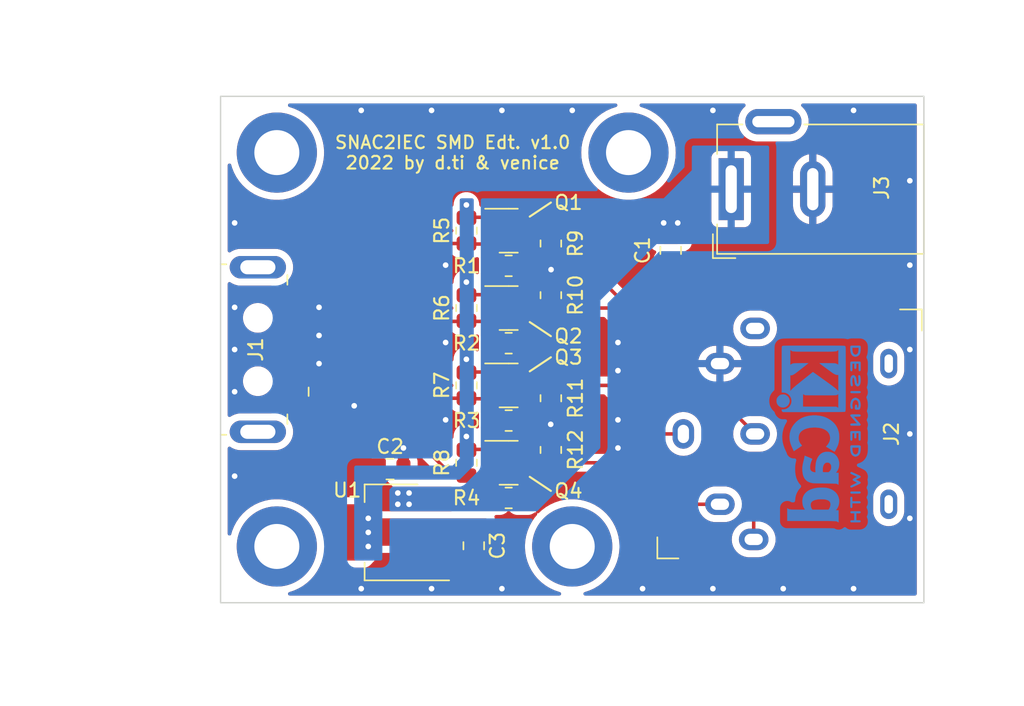
<source format=kicad_pcb>
(kicad_pcb (version 20211014) (generator pcbnew)
  (title_block (comment 4 "AISLER Project ID: KKYAYIPM"))
  (layers (0 "F.Cu" signal) (31 "B.Cu" signal) (34 "B.Paste" user) (35 "F.Paste" user) (36 "B.SilkS" user "B.Silkscreen") (37 "F.SilkS" user "F.Silkscreen") (38 "B.Mask" user) (39 "F.Mask" user) (44 "Edge.Cuts" user))
  (net 0 "")
  (net 2 "VBUS")
  (net 4 "/LV1")
  (net 5 "/LV2")
  (net 6 "/LV3")
  (net 7 "/LV4")
  (net 8 "GND")
  (net 11 "/HV3")
  (net 12 "/HV4")
  (net 13 "/HV1")
  (net 15 "/HV2")
  (net 16 "+3V3")
  (footprint "Package_TO_SOT_SMD:SOT-23" (layer "F.Cu") (at 145.34125 77.06)
    (fp_text reference "Q2")
    (fp_text value "BSS138")
  )
  (footprint "MountingHole:MountingHole_3.2mm_M3_ISO7380_Pad" (layer "F.Cu") (at 128.86 66.01)
    (fp_text reference "H1" hide)
    (fp_text value "M3")
  )
  (footprint "Connector_USB:USB3_A_Plug_Wuerth_692112030100_Horizontal" (layer "F.Cu") (at 128.185 80.01 180)
    (fp_text reference "J1")
    (fp_text value "USB3_A")
  )
  (footprint "Resistor_SMD:R_0805_2012Metric" (layer "F.Cu") (at 142.34125 71.56 -90)
    (fp_text reference "R5")
    (fp_text value "10K")
  )
  (footprint "Resistor_SMD:R_0805_2012Metric" (layer "F.Cu") (at 142.34125 77.06 -90)
    (fp_text reference "R6")
    (fp_text value "10K")
  )
  (footprint "Capacitor_SMD:C_0805_2012Metric" (layer "F.Cu") (at 136.91 88.51)
    (fp_text reference "C2")
    (fp_text value "22uF")
  )
  (footprint "Resistor_SMD:R_0805_2012Metric" (layer "F.Cu") (at 142.34125 88.06 -90)
    (fp_text reference "R8")
    (fp_text value "10K")
  )
  (footprint "Package_TO_SOT_SMD:SOT-23" (layer "F.Cu") (at 145.34125 82.56)
    (fp_text reference "Q3")
    (fp_text value "BSS138")
  )
  (footprint "MountingHole:MountingHole_3.2mm_M3_ISO7380_Pad" (layer "F.Cu") (at 149.86 94.01)
    (fp_text reference "H4" hide)
    (fp_text value "M3")
  )
  (footprint "Resistor_SMD:R_0805_2012Metric" (layer "F.Cu") (at 148.34125 87.1475 -90)
    (fp_text reference "R12")
    (fp_text value "10K")
  )
  (footprint "MountingHole:MountingHole_3.2mm_M3_ISO7380_Pad" (layer "F.Cu") (at 128.86 94.01)
    (fp_text reference "H3" hide)
    (fp_text value "M3")
  )
  (footprint "Capacitor_SMD:C_0805_2012Metric" (layer "F.Cu") (at 142.86 93.96 -90)
    (fp_text reference "C3")
    (fp_text value "22uF")
  )
  (footprint "Package_TO_SOT_SMD:SOT-23" (layer "F.Cu") (at 145.34125 88.06)
    (fp_text reference "Q4")
    (fp_text value "BSS138")
  )
  (footprint "Resistor_SMD:R_0805_2012Metric" (layer "F.Cu") (at 148.34125 72.4725 90)
    (fp_text reference "R9")
    (fp_text value "10K")
  )
  (footprint "Resistor_SMD:R_0805_2012Metric" (layer "F.Cu") (at 142.34125 82.56 -90)
    (fp_text reference "R7")
    (fp_text value "10K")
  )
  (footprint "Connector_BarrelJack:BarrelJack_Wuerth_6941xx301002" (layer "F.Cu") (at 161.16 68.61 90)
    (fp_text reference "J3")
    (fp_text value "Barrel_Jack")
  )
  (footprint "Resistor_SMD:R_0805_2012Metric" (layer "F.Cu") (at 148.34125 83.4725 90)
    (fp_text reference "R11")
    (fp_text value "10K")
  )
  (footprint "Package_TO_SOT_SMD:SOT-23" (layer "F.Cu") (at 145.34125 71.56)
    (fp_text reference "Q1")
    (fp_text value "BSS138")
  )
  (footprint "Resistor_SMD:R_0805_2012Metric" (layer "F.Cu") (at 148.34125 76.1475 -90)
    (fp_text reference "R10")
    (fp_text value "10K")
  )
  (footprint "Resistor_SMD:R_0805_2012Metric_Pad1.20x1.40mm_HandSolder" (layer "F.Cu") (at 145.34125 85.06 180)
    (fp_text reference "R3")
    (fp_text value "0R")
  )
  (footprint "Resistor_SMD:R_0805_2012Metric_Pad1.20x1.40mm_HandSolder" (layer "F.Cu") (at 145.34125 90.56 180)
    (fp_text reference "R4")
    (fp_text value "0R")
  )
  (footprint "Resistor_SMD:R_0805_2012Metric_Pad1.20x1.40mm_HandSolder" (layer "F.Cu") (at 145.34125 79.56 180)
    (fp_text reference "R2")
    (fp_text value "0R")
  )
  (footprint "Capacitor_SMD:C_0805_2012Metric" (layer "F.Cu") (at 156.86 72.96 -90)
    (fp_text reference "C1")
    (fp_text value "22uF")
  )
  (footprint "Package_TO_SOT_SMD:SOT-223-3_TabPin2" (layer "F.Cu") (at 137.01 93.01 180)
    (fp_text reference "U1")
    (fp_text value "AZ1117CH-3.3TRG1")
  )
  (footprint "VeniceFootprints:DIN_6Pin_Print_Connector_IEC_Layout" (layer "F.Cu") (at 157.76 86.01 90)
    (fp_text reference "J2")
    (fp_text value "DIN-6")
  )
  (footprint "MountingHole:MountingHole_3.2mm_M3_ISO7380_Pad" (layer "F.Cu") (at 153.86 66.01)
    (fp_text reference "H2" hide)
    (fp_text value "M3")
  )
  (footprint "Resistor_SMD:R_0805_2012Metric_Pad1.20x1.40mm_HandSolder" (layer "F.Cu") (at 145.34125 74.06 180)
    (fp_text reference "R1")
    (fp_text value "0R")
  )
  (footprint "Symbol:KiCad-Logo2_5mm_Copper" (layer "B.Cu") (at 167.36 86.01 -90)
    (fp_text reference "" hide)
    (fp_text value "" hide)
  )
  (gr_line (start 148.34125 69.56) (end 146.84125 70.56) (layer "F.SilkS") (width 0.15))
  (gr_line (start 148.34125 79.06) (end 146.84125 78.06) (layer "F.SilkS") (width 0.15))
  (gr_line (start 148.34125 80.56) (end 146.84125 81.56) (layer "F.SilkS") (width 0.15))
  (gr_line (start 148.34125 90.06) (end 146.84125 89.06) (layer "F.SilkS") (width 0.15))
  (gr_rect (start 124.86 62.01) (end 174.86 98.01) (layer "Edge.Cuts") (width 0.1) (fill none))
  (gr_text "SNAC2IEC SMD Edt. v1.0\n2022 by d.ti & venice" (at 141.36 66.01) (layer "F.SilkS") (effects (font (size 0.9 0.9))))
  (segment (start 129.96 83.01) (end 132.11 83.01) (width 0.7) (layer "F.Cu") (net 2))
  (via (at 138.26 91.01) (size 0.8) (drill 0.4) (layers "F.Cu" "B.Cu") (net 2))
  (via (at 138.26 90.21) (size 0.8) (drill 0.4) (layers "F.Cu" "B.Cu") (net 2))
  (via (at 156.36 71.01) (size 0.8) (drill 0.4) (layers "F.Cu" "B.Cu") (net 2))
  (via (at 137.46 91.01) (size 0.8) (drill 0.4) (layers "F.Cu" "B.Cu") (net 2))
  (via (at 157.36 71.01) (size 0.8) (drill 0.4) (layers "F.Cu" "B.Cu") (net 2))
  (via (at 148.355 74.329) (size 0.8) (drill 0.4) (layers "F.Cu" "B.Cu") (net 2))
  (via (at 148.3296 85.3272) (size 0.8) (drill 0.4) (layers "F.Cu" "B.Cu") (net 2))
  (via (at 137.46 90.21) (size 0.8) (drill 0.4) (layers "F.Cu" "B.Cu") (net 2))
  (segment (start 144.34125 72.5725) (end 144.40375 72.51) (width 0.25) (layer "F.Cu") (net 4))
  (segment (start 144.34125 74.06) (end 144.34125 72.5725) (width 0.25) (layer "F.Cu") (net 4))
  (segment (start 134.86 76.01) (end 129.96 76.01) (width 0.25) (layer "F.Cu") (net 4))
  (segment (start 142.34125 72.4725) (end 138.3975 72.4725) (width 0.25) (layer "F.Cu") (net 4))
  (segment (start 144.40375 72.51) (end 142.37875 72.51) (width 0.25) (layer "F.Cu") (net 4))
  (segment (start 138.3975 72.4725) (end 134.86 76.01) (width 0.25) (layer "F.Cu") (net 4))
  (segment (start 142.37875 72.51) (end 142.34125 72.4725) (width 0.25) (layer "F.Cu") (net 4))
  (segment (start 142.37875 78.01) (end 142.34125 77.9725) (width 0.25) (layer "F.Cu") (net 5))
  (segment (start 144.34125 79.56) (end 144.34125 78.0725) (width 0.25) (layer "F.Cu") (net 5))
  (segment (start 144.34125 78.0725) (end 144.40375 78.01) (width 0.25) (layer "F.Cu") (net 5))
  (segment (start 144.40375 78.01) (end 142.37875 78.01) (width 0.25) (layer "F.Cu") (net 5))
  (segment (start 142.30375 78.01) (end 142.34125 77.9725) (width 0.25) (layer "F.Cu") (net 5))
  (segment (start 129.96 78.01) (end 142.30375 78.01) (width 0.25) (layer "F.Cu") (net 5))
  (segment (start 142.37875 83.51) (end 142.34125 83.4725) (width 0.25) (layer "F.Cu") (net 6))
  (segment (start 144.34125 85.06) (end 144.34125 83.5725) (width 0.25) (layer "F.Cu") (net 6))
  (segment (start 142.34125 83.4725) (end 138.3225 83.4725) (width 0.25) (layer "F.Cu") (net 6))
  (segment (start 144.34125 83.5725) (end 144.40375 83.51) (width 0.25) (layer "F.Cu") (net 6))
  (segment (start 134.86 80.01) (end 129.96 80.01) (width 0.25) (layer "F.Cu") (net 6))
  (segment (start 144.40375 83.51) (end 142.37875 83.51) (width 0.25) (layer "F.Cu") (net 6))
  (segment (start 138.3225 83.4725) (end 134.86 80.01) (width 0.25) (layer "F.Cu") (net 6))
  (segment (start 134.36 82.01) (end 129.96 82.01) (width 0.25) (layer "F.Cu") (net 7))
  (segment (start 144.34125 89.0725) (end 144.40375 89.01) (width 0.25) (layer "F.Cu") (net 7))
  (segment (start 144.34125 90.56) (end 144.34125 89.0725) (width 0.25) (layer "F.Cu") (net 7))
  (segment (start 142.37875 89.01) (end 142.34125 88.9725) (width 0.25) (layer "F.Cu") (net 7))
  (segment (start 141.3225 88.9725) (end 134.36 82.01) (width 0.25) (layer "F.Cu") (net 7))
  (segment (start 144.40375 89.01) (end 142.37875 89.01) (width 0.25) (layer "F.Cu") (net 7))
  (segment (start 142.34125 88.9725) (end 141.3225 88.9725) (width 0.25) (layer "F.Cu") (net 7))
  (segment (start 137.86 88.51) (end 137.86 87.01) (width 0.8) (layer "F.Cu") (net 8))
  (segment (start 129.96 77.01) (end 131.86 77.01) (width 0.7) (layer "F.Cu") (net 8))
  (via (at 134.36 84.01) (size 0.8) (drill 0.4) (layers "F.Cu" "B.Cu") (net 8))
  (via (at 144.86 97.01) (size 0.8) (drill 0.4) (layers "F.Cu" "B.Cu") (net 8))
  (via (at 125.86 83.01) (size 0.8) (drill 0.4) (layers "F.Cu" "B.Cu") (net 8))
  (via (at 149.86 63.01) (size 0.8) (drill 0.4) (layers "F.Cu" "B.Cu") (net 8))
  (via (at 125.86 89.01) (size 0.8) (drill 0.4) (layers "F.Cu" "B.Cu") (net 8))
  (via (at 164.86 97.01) (size 0.8) (drill 0.4) (layers "F.Cu" "B.Cu") (net 8))
  (via (at 140.86 74.01) (size 0.8) (drill 0.4) (layers "F.Cu" "B.Cu") (net 8))
  (via (at 131.86 81.01) (size 0.8) (drill 0.4) (layers "F.Cu" "B.Cu") (net 8))
  (via (at 125.86 77.01) (size 0.8) (drill 0.4) (layers "F.Cu" "B.Cu") (net 8))
  (via (at 131.86 77.01) (size 0.8) (drill 0.4) (layers "F.Cu" "B.Cu") (net 8))
  (via (at 144.86 63.01) (size 0.8) (drill 0.4) (layers "F.Cu" "B.Cu") (net 8))
  (via (at 125.86 71.01) (size 0.8) (drill 0.4) (layers "F.Cu" "B.Cu") (net 8))
  (via (at 153.11 85.01) (size 0.8) (drill 0.4) (layers "F.Cu" "B.Cu") (net 8))
  (via (at 140.86 79.51) (size 0.8) (drill 0.4) (layers "F.Cu" "B.Cu") (net 8))
  (via (at 140.86 85.01) (size 0.8) (drill 0.4) (layers "F.Cu" "B.Cu") (net 8))
  (via (at 153.11 87.01) (size 0.8) (drill 0.4) (layers "F.Cu" "B.Cu") (net 8))
  (via (at 131.86 79.01) (size 0.8) (drill 0.4) (layers "F.Cu" "B.Cu") (net 8))
  (via (at 139.86 63.01) (size 0.8) (drill 0.4) (layers "F.Cu" "B.Cu") (net 8))
  (via (at 169.86 97.01) (size 0.8) (drill 0.4) (layers "F.Cu" "B.Cu") (net 8))
  (via (at 137.86 87.01) (size 0.8) (drill 0.4) (layers "F.Cu" "B.Cu") (net 8))
  (via (at 173.86 92.01) (size 0.8) (drill 0.4) (layers "F.Cu" "B.Cu") (net 8))
  (via (at 125.86 80.01) (size 0.8) (drill 0.4) (layers "F.Cu" "B.Cu") (net 8))
  (via (at 159.86 63.01) (size 0.8) (drill 0.4) (layers "F.Cu" "B.Cu") (net 8))
  (via (at 139.86 97.01) (size 0.8) (drill 0.4) (layers "F.Cu" "B.Cu") (net 8))
  (via (at 159.86 97.01) (size 0.8) (drill 0.4) (layers "F.Cu" "B.Cu") (net 8))
  (via (at 169.86 63.01) (size 0.8) (drill 0.4) (layers "F.Cu" "B.Cu") (net 8))
  (via (at 173.86 80.01) (size 0.8) (drill 0.4) (layers "F.Cu" "B.Cu") (net 8))
  (via (at 154.86 97.01) (size 0.8) (drill 0.4) (layers "F.Cu" "B.Cu") (net 8))
  (via (at 173.86 68.01) (size 0.8) (drill 0.4) (layers "F.Cu" "B.Cu") (net 8))
  (via (at 173.86 86.01) (size 0.8) (drill 0.4) (layers "F.Cu" "B.Cu") (net 8))
  (via (at 134.86 97.01) (size 0.8) (drill 0.4) (layers "F.Cu" "B.Cu") (net 8))
  (via (at 173.86 74.01) (size 0.8) (drill 0.4) (layers "F.Cu" "B.Cu") (net 8))
  (via (at 134.86 63.01) (size 0.8) (drill 0.4) (layers "F.Cu" "B.Cu") (net 8))
  (via (at 153.11 81.51) (size 0.8) (drill 0.4) (layers "F.Cu" "B.Cu") (net 8))
  (via (at 153.11 79.51) (size 0.8) (drill 0.4) (layers "F.Cu" "B.Cu") (net 8))
  (segment (start 155.86 86.01) (end 157.76 86.01) (width 0.25) (layer "F.Cu") (net 11))
  (segment (start 152.41 82.56) (end 155.86 86.01) (width 0.25) (layer "F.Cu") (net 11))
  (segment (start 146.34125 85.06) (end 146.34125 82.6225) (width 0.25) (layer "F.Cu") (net 11))
  (segment (start 146.27875 82.56) (end 148.34125 82.56) (width 0.25) (layer "F.Cu") (net 11))
  (segment (start 146.34125 82.6225) (end 146.27875 82.56) (width 0.25) (layer "F.Cu") (net 11))
  (segment (start 148.34125 82.56) (end 152.41 82.56) (width 0.25) (layer "F.Cu") (net 11))
  (segment (start 152.41 88.06) (end 155.36 91.01) (width 0.25) (layer "F.Cu") (net 12))
  (segment (start 146.34125 90.56) (end 146.34125 88.1225) (width 0.25) (layer "F.Cu") (net 12))
  (segment (start 146.34125 88.1225) (end 146.27875 88.06) (width 0.25) (layer "F.Cu") (net 12))
  (segment (start 155.36 91.01) (end 160.36 91.01) (width 0.25) (layer "F.Cu") (net 12))
  (segment (start 146.27875 88.06) (end 148.34125 88.06) (width 0.25) (layer "F.Cu") (net 12))
  (segment (start 148.34125 88.06) (end 152.41 88.06) (width 0.25) (layer "F.Cu") (net 12))
  (segment (start 150.91 71.56) (end 148.34125 71.56) (width 0.25) (layer "F.Cu") (net 13))
  (segment (start 146.34125 71.6225) (end 146.27875 71.56) (width 0.25) (layer "F.Cu") (net 13))
  (segment (start 152.36 73.01) (end 150.91 71.56) (width 0.25) (layer "F.Cu") (net 13))
  (segment (start 152.36 75.51) (end 152.36 73.01) (width 0.25) (layer "F.Cu") (net 13))
  (segment (start 162.86 86.01) (end 152.36 75.51) (width 0.25) (layer "F.Cu") (net 13))
  (segment (start 146.27875 71.56) (end 148.34125 71.56) (width 0.25) (layer "F.Cu") (net 13))
  (segment (start 146.34125 74.06) (end 146.34125 71.6225) (width 0.25) (layer "F.Cu") (net 13))
  (segment (start 146.34125 79.56) (end 146.34125 77.1225) (width 0.25) (layer "F.Cu") (net 15))
  (segment (start 146.27875 77.06) (end 148.34125 77.06) (width 0.25) (layer "F.Cu") (net 15))
  (segment (start 148.34125 77.06) (end 152.41 77.06) (width 0.25) (layer "F.Cu") (net 15))
  (segment (start 159.86 87.01) (end 162.76 89.91) (width 0.25) (layer "F.Cu") (net 15))
  (segment (start 162.76 89.91) (end 162.76 93.51) (width 0.25) (layer "F.Cu") (net 15))
  (segment (start 159.86 84.51) (end 159.86 87.01) (width 0.25) (layer "F.Cu") (net 15))
  (segment (start 146.34125 77.1225) (end 146.27875 77.06) (width 0.25) (layer "F.Cu") (net 15))
  (segment (start 152.41 77.06) (end 159.86 84.51) (width 0.25) (layer "F.Cu") (net 15))
  (segment (start 142.34125 87.1475) (end 142.34125 86.19685) (width 0.8) (layer "F.Cu") (net 16))
  (segment (start 142.37875 76.11) (end 142.34125 76.1475) (width 0.25) (layer "F.Cu") (net 16))
  (segment (start 142.34125 75.22405) (end 142.3352 75.218) (width 0.25) (layer "F.Cu") (net 16))
  (segment (start 142.37875 87.11) (end 142.34125 87.1475) (width 0.25) (layer "F.Cu") (net 16))
  (segment (start 144.40375 81.61) (end 142.37875 81.61) (width 0.25) (layer "F.Cu") (net 16))
  (segment (start 142.34125 86.19685) (end 142.3352 86.1908) (width 0.25) (layer "F.Cu") (net 16))
  (segment (start 144.40375 70.61) (end 142.37875 70.61) (width 0.25) (layer "F.Cu") (net 16))
  (segment (start 142.37875 70.61) (end 142.34125 70.6475) (width 0.25) (layer "F.Cu") (net 16))
  (segment (start 144.40375 76.11) (end 142.37875 76.11) (width 0.25) (layer "F.Cu") (net 16))
  (segment (start 142.34125 76.1475) (end 142.34125 75.22405) (width 0.8) (layer "F.Cu") (net 16))
  (segment (start 142.34125 80.71045) (end 142.3352 80.7044) (width 0.25) (layer "F.Cu") (net 16))
  (segment (start 142.34125 81.6475) (end 142.34125 80.71045) (width 0.8) (layer "F.Cu") (net 16))
  (segment (start 142.34125 69.73765) (end 142.3352 69.7316) (width 0.25) (layer "F.Cu") (net 16))
  (segment (start 144.40375 87.11) (end 142.37875 87.11) (width 0.25) (layer "F.Cu") (net 16))
  (segment (start 142.37875 81.61) (end 142.34125 81.6475) (width 0.25) (layer "F.Cu") (net 16))
  (segment (start 142.34125 70.6475) (end 142.34125 69.73765) (width 0.8) (layer "F.Cu") (net 16))
  (via (at 142.3352 80.7044) (size 0.8) (drill 0.4) (layers "F.Cu" "B.Cu") (net 16))
  (via (at 135.36 92.01) (size 0.8) (drill 0.4) (layers "F.Cu" "B.Cu") (net 16))
  (via (at 142.3352 75.218) (size 0.8) (drill 0.4) (layers "F.Cu" "B.Cu") (net 16))
  (via (at 142.3352 86.1908) (size 0.8) (drill 0.4) (layers "F.Cu" "B.Cu") (net 16))
  (via (at 135.36 93.01) (size 0.8) (drill 0.4) (layers "F.Cu" "B.Cu") (net 16))
  (via (at 135.36 94.01) (size 0.8) (drill 0.4) (layers "F.Cu" "B.Cu") (net 16))
  (via (at 142.3352 69.7316) (size 0.8) (drill 0.4) (layers "F.Cu" "B.Cu") (net 16))
  (zone (net 2) (net_name "VBUS") (layer "F.Cu") (priority 1) (connect_pads yes (clearance 0.508)) (min_thickness 0.254) (fill yes (thermal_gap 0.508) (thermal_bridge_width 0.508))
    (polygon (pts (xy 149.11 75.76) (xy 147.61 75.76) (xy 147.61 72.76) (xy 149.11 72.76)))
  )
  (zone (net 2) (net_name "VBUS") (layer "F.Cu") (priority 1) (connect_pads yes (clearance 0.5)) (min_thickness 0.254) (fill yes (thermal_gap 0.508) (thermal_bridge_width 0.508))
    (polygon (pts (xy 136.61 89.26) (xy 137.11 89.76) (xy 141.36 89.76) (xy 141.36 91.51) (xy 136.36 91.51) (xy 135.36 90.51) (xy 131.36 90.51) (xy 131.36 82.51) (xy 133.11 82.51) (xy 133.11 85.26) (xy 135.61 87.76) (xy 136.61 87.76)))
  )
  (zone (net 8) (net_name "GND") (layers F&B.Cu) (connect_pads (clearance 0.508)) (min_thickness 0.254) (fill yes (thermal_gap 0.508) (thermal_bridge_width 0.508))
    (polygon (pts (xy 175.36 98.51) (xy 124.36 98.51) (xy 124.36 61.51) (xy 175.36 61.51)))
  )
  (zone (net 2) (net_name "VBUS") (layer "F.Cu") (priority 1) (connect_pads yes (clearance 0.508)) (min_thickness 0.254) (fill yes (thermal_gap 0.508) (thermal_bridge_width 0.508))
    (polygon (pts (xy 149.11 86.76) (xy 147.61 86.76) (xy 147.61 83.76) (xy 149.11 83.76)))
  )
  (zone (net 16) (net_name "+3V3") (layer "F.Cu") (priority 1) (connect_pads yes (clearance 0.5)) (min_thickness 0.254) (fill yes (thermal_gap 0.508) (thermal_bridge_width 0.508))
    (polygon (pts (xy 136.11 92.01) (xy 143.86 92.01) (xy 143.86 93.96) (xy 136.11 93.96) (xy 135.11 95.01) (xy 132.61 95.01) (xy 132.61 91.01) (xy 135.11 91.01)))
  )
  (zone (net 2) (net_name "VBUS") (layer "F.Cu") (priority 1) (connect_pads yes (clearance 0.508)) (min_thickness 0.254) (fill yes (thermal_gap 0.508) (thermal_bridge_width 0.508))
    (polygon (pts (xy 157.86 72.51) (xy 155.86 72.51) (xy 155.86 70.51) (xy 157.86 70.51)))
  )
  (zone (net 2) (net_name "VBUS") (layer "B.Cu") (priority 1) (connect_pads (clearance 0.5)) (min_thickness 0.254) (fill yes (thermal_gap 0.508) (thermal_bridge_width 0.508))
    (polygon (pts (xy 163.86 72.51) (xy 155.86 72.51) (xy 151.86 76.51) (xy 151.86 87.01) (xy 147.36 91.51) (xy 136.86 91.51) (xy 136.86 87.76) (xy 141.86 87.76) (xy 141.86 69.26) (xy 156.36 69.26) (xy 158.36 67.26) (xy 158.36 65.51) (xy 163.86 65.51)))
  )
  (zone (net 16) (net_name "+3V3") (layer "B.Cu") (priority 2) (connect_pads yes (clearance 0.5)) (min_thickness 0.254) (fill yes (thermal_gap 0.508) (thermal_bridge_width 0.508))
    (polygon (pts (xy 142.86 88.26) (xy 141.86 89.26) (xy 136.86 89.26) (xy 136.36 89.76) (xy 136.36 95.01) (xy 134.36 95.01) (xy 134.36 88.26) (xy 141.36 88.26) (xy 141.86 87.76) (xy 141.86 69.26) (xy 142.86 69.26)))
  )
)
</source>
